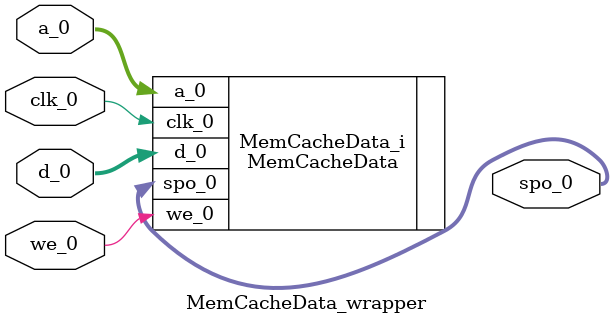
<source format=v>
`timescale 1 ps / 1 ps

module MemCacheData_wrapper
   (a_0,
    clk_0,
    d_0,
    spo_0,
    we_0);
  input [8:0]a_0;
  input clk_0;
  input [31:0]d_0;
  output [31:0]spo_0;
  input we_0;

  wire [8:0]a_0;
  wire clk_0;
  wire [31:0]d_0;
  wire [31:0]spo_0;
  wire we_0;

  MemCacheData MemCacheData_i
       (.a_0(a_0),
        .clk_0(clk_0),
        .d_0(d_0),
        .spo_0(spo_0),
        .we_0(we_0));
endmodule

</source>
